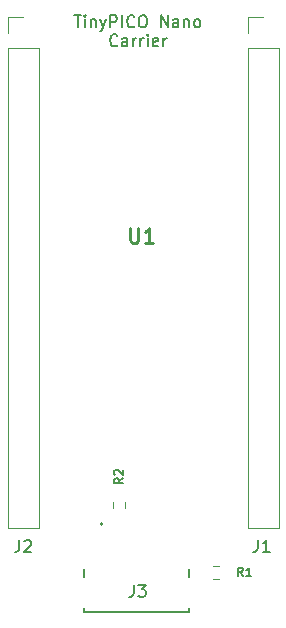
<source format=gbr>
%TF.GenerationSoftware,KiCad,Pcbnew,(6.0.9)*%
%TF.CreationDate,2023-03-11T12:35:53-05:00*%
%TF.ProjectId,tinypico-nano-carrier,74696e79-7069-4636-9f2d-6e616e6f2d63,rev?*%
%TF.SameCoordinates,Original*%
%TF.FileFunction,Legend,Top*%
%TF.FilePolarity,Positive*%
%FSLAX46Y46*%
G04 Gerber Fmt 4.6, Leading zero omitted, Abs format (unit mm)*
G04 Created by KiCad (PCBNEW (6.0.9)) date 2023-03-11 12:35:53*
%MOMM*%
%LPD*%
G01*
G04 APERTURE LIST*
%ADD10C,0.200000*%
%ADD11C,0.150000*%
%ADD12C,0.250000*%
%ADD13C,0.120000*%
G04 APERTURE END LIST*
D10*
X107119047Y-51247380D02*
X107690476Y-51247380D01*
X107404761Y-52247380D02*
X107404761Y-51247380D01*
X108023809Y-52247380D02*
X108023809Y-51580714D01*
X108023809Y-51247380D02*
X107976190Y-51295000D01*
X108023809Y-51342619D01*
X108071428Y-51295000D01*
X108023809Y-51247380D01*
X108023809Y-51342619D01*
X108500000Y-51580714D02*
X108500000Y-52247380D01*
X108500000Y-51675952D02*
X108547619Y-51628333D01*
X108642857Y-51580714D01*
X108785714Y-51580714D01*
X108880952Y-51628333D01*
X108928571Y-51723571D01*
X108928571Y-52247380D01*
X109309523Y-51580714D02*
X109547619Y-52247380D01*
X109785714Y-51580714D02*
X109547619Y-52247380D01*
X109452380Y-52485476D01*
X109404761Y-52533095D01*
X109309523Y-52580714D01*
X110166666Y-52247380D02*
X110166666Y-51247380D01*
X110547619Y-51247380D01*
X110642857Y-51295000D01*
X110690476Y-51342619D01*
X110738095Y-51437857D01*
X110738095Y-51580714D01*
X110690476Y-51675952D01*
X110642857Y-51723571D01*
X110547619Y-51771190D01*
X110166666Y-51771190D01*
X111166666Y-52247380D02*
X111166666Y-51247380D01*
X112214285Y-52152142D02*
X112166666Y-52199761D01*
X112023809Y-52247380D01*
X111928571Y-52247380D01*
X111785714Y-52199761D01*
X111690476Y-52104523D01*
X111642857Y-52009285D01*
X111595238Y-51818809D01*
X111595238Y-51675952D01*
X111642857Y-51485476D01*
X111690476Y-51390238D01*
X111785714Y-51295000D01*
X111928571Y-51247380D01*
X112023809Y-51247380D01*
X112166666Y-51295000D01*
X112214285Y-51342619D01*
X112833333Y-51247380D02*
X113023809Y-51247380D01*
X113119047Y-51295000D01*
X113214285Y-51390238D01*
X113261904Y-51580714D01*
X113261904Y-51914047D01*
X113214285Y-52104523D01*
X113119047Y-52199761D01*
X113023809Y-52247380D01*
X112833333Y-52247380D01*
X112738095Y-52199761D01*
X112642857Y-52104523D01*
X112595238Y-51914047D01*
X112595238Y-51580714D01*
X112642857Y-51390238D01*
X112738095Y-51295000D01*
X112833333Y-51247380D01*
X114452380Y-52247380D02*
X114452380Y-51247380D01*
X115023809Y-52247380D01*
X115023809Y-51247380D01*
X115928571Y-52247380D02*
X115928571Y-51723571D01*
X115880952Y-51628333D01*
X115785714Y-51580714D01*
X115595238Y-51580714D01*
X115500000Y-51628333D01*
X115928571Y-52199761D02*
X115833333Y-52247380D01*
X115595238Y-52247380D01*
X115500000Y-52199761D01*
X115452380Y-52104523D01*
X115452380Y-52009285D01*
X115500000Y-51914047D01*
X115595238Y-51866428D01*
X115833333Y-51866428D01*
X115928571Y-51818809D01*
X116404761Y-51580714D02*
X116404761Y-52247380D01*
X116404761Y-51675952D02*
X116452380Y-51628333D01*
X116547619Y-51580714D01*
X116690476Y-51580714D01*
X116785714Y-51628333D01*
X116833333Y-51723571D01*
X116833333Y-52247380D01*
X117452380Y-52247380D02*
X117357142Y-52199761D01*
X117309523Y-52152142D01*
X117261904Y-52056904D01*
X117261904Y-51771190D01*
X117309523Y-51675952D01*
X117357142Y-51628333D01*
X117452380Y-51580714D01*
X117595238Y-51580714D01*
X117690476Y-51628333D01*
X117738095Y-51675952D01*
X117785714Y-51771190D01*
X117785714Y-52056904D01*
X117738095Y-52152142D01*
X117690476Y-52199761D01*
X117595238Y-52247380D01*
X117452380Y-52247380D01*
X110761904Y-53762142D02*
X110714285Y-53809761D01*
X110571428Y-53857380D01*
X110476190Y-53857380D01*
X110333333Y-53809761D01*
X110238095Y-53714523D01*
X110190476Y-53619285D01*
X110142857Y-53428809D01*
X110142857Y-53285952D01*
X110190476Y-53095476D01*
X110238095Y-53000238D01*
X110333333Y-52905000D01*
X110476190Y-52857380D01*
X110571428Y-52857380D01*
X110714285Y-52905000D01*
X110761904Y-52952619D01*
X111619047Y-53857380D02*
X111619047Y-53333571D01*
X111571428Y-53238333D01*
X111476190Y-53190714D01*
X111285714Y-53190714D01*
X111190476Y-53238333D01*
X111619047Y-53809761D02*
X111523809Y-53857380D01*
X111285714Y-53857380D01*
X111190476Y-53809761D01*
X111142857Y-53714523D01*
X111142857Y-53619285D01*
X111190476Y-53524047D01*
X111285714Y-53476428D01*
X111523809Y-53476428D01*
X111619047Y-53428809D01*
X112095238Y-53857380D02*
X112095238Y-53190714D01*
X112095238Y-53381190D02*
X112142857Y-53285952D01*
X112190476Y-53238333D01*
X112285714Y-53190714D01*
X112380952Y-53190714D01*
X112714285Y-53857380D02*
X112714285Y-53190714D01*
X112714285Y-53381190D02*
X112761904Y-53285952D01*
X112809523Y-53238333D01*
X112904761Y-53190714D01*
X113000000Y-53190714D01*
X113333333Y-53857380D02*
X113333333Y-53190714D01*
X113333333Y-52857380D02*
X113285714Y-52905000D01*
X113333333Y-52952619D01*
X113380952Y-52905000D01*
X113333333Y-52857380D01*
X113333333Y-52952619D01*
X114190476Y-53809761D02*
X114095238Y-53857380D01*
X113904761Y-53857380D01*
X113809523Y-53809761D01*
X113761904Y-53714523D01*
X113761904Y-53333571D01*
X113809523Y-53238333D01*
X113904761Y-53190714D01*
X114095238Y-53190714D01*
X114190476Y-53238333D01*
X114238095Y-53333571D01*
X114238095Y-53428809D01*
X113761904Y-53524047D01*
X114666666Y-53857380D02*
X114666666Y-53190714D01*
X114666666Y-53381190D02*
X114714285Y-53285952D01*
X114761904Y-53238333D01*
X114857142Y-53190714D01*
X114952380Y-53190714D01*
D11*
%TO.C,R1*%
X121375000Y-98739285D02*
X121125000Y-98382142D01*
X120946428Y-98739285D02*
X120946428Y-97989285D01*
X121232142Y-97989285D01*
X121303571Y-98025000D01*
X121339285Y-98060714D01*
X121375000Y-98132142D01*
X121375000Y-98239285D01*
X121339285Y-98310714D01*
X121303571Y-98346428D01*
X121232142Y-98382142D01*
X120946428Y-98382142D01*
X122089285Y-98739285D02*
X121660714Y-98739285D01*
X121875000Y-98739285D02*
X121875000Y-97989285D01*
X121803571Y-98096428D01*
X121732142Y-98167857D01*
X121660714Y-98203571D01*
%TO.C,J1*%
X122666666Y-95662380D02*
X122666666Y-96376666D01*
X122619047Y-96519523D01*
X122523809Y-96614761D01*
X122380952Y-96662380D01*
X122285714Y-96662380D01*
X123666666Y-96662380D02*
X123095238Y-96662380D01*
X123380952Y-96662380D02*
X123380952Y-95662380D01*
X123285714Y-95805238D01*
X123190476Y-95900476D01*
X123095238Y-95948095D01*
%TO.C,J3*%
X112166666Y-99452380D02*
X112166666Y-100166666D01*
X112119047Y-100309523D01*
X112023809Y-100404761D01*
X111880952Y-100452380D01*
X111785714Y-100452380D01*
X112547619Y-99452380D02*
X113166666Y-99452380D01*
X112833333Y-99833333D01*
X112976190Y-99833333D01*
X113071428Y-99880952D01*
X113119047Y-99928571D01*
X113166666Y-100023809D01*
X113166666Y-100261904D01*
X113119047Y-100357142D01*
X113071428Y-100404761D01*
X112976190Y-100452380D01*
X112690476Y-100452380D01*
X112595238Y-100404761D01*
X112547619Y-100357142D01*
D12*
%TO.C,U1*%
X111832380Y-69204523D02*
X111832380Y-70232619D01*
X111892857Y-70353571D01*
X111953333Y-70414047D01*
X112074285Y-70474523D01*
X112316190Y-70474523D01*
X112437142Y-70414047D01*
X112497619Y-70353571D01*
X112558095Y-70232619D01*
X112558095Y-69204523D01*
X113828095Y-70474523D02*
X113102380Y-70474523D01*
X113465238Y-70474523D02*
X113465238Y-69204523D01*
X113344285Y-69385952D01*
X113223333Y-69506904D01*
X113102380Y-69567380D01*
D11*
%TO.C,J2*%
X102466666Y-95662380D02*
X102466666Y-96376666D01*
X102419047Y-96519523D01*
X102323809Y-96614761D01*
X102180952Y-96662380D01*
X102085714Y-96662380D01*
X102895238Y-95757619D02*
X102942857Y-95710000D01*
X103038095Y-95662380D01*
X103276190Y-95662380D01*
X103371428Y-95710000D01*
X103419047Y-95757619D01*
X103466666Y-95852857D01*
X103466666Y-95948095D01*
X103419047Y-96090952D01*
X102847619Y-96662380D01*
X103466666Y-96662380D01*
%TO.C,R2*%
X111239285Y-90425000D02*
X110882142Y-90675000D01*
X111239285Y-90853571D02*
X110489285Y-90853571D01*
X110489285Y-90567857D01*
X110525000Y-90496428D01*
X110560714Y-90460714D01*
X110632142Y-90425000D01*
X110739285Y-90425000D01*
X110810714Y-90460714D01*
X110846428Y-90496428D01*
X110882142Y-90567857D01*
X110882142Y-90853571D01*
X110560714Y-90139285D02*
X110525000Y-90103571D01*
X110489285Y-90032142D01*
X110489285Y-89853571D01*
X110525000Y-89782142D01*
X110560714Y-89746428D01*
X110632142Y-89710714D01*
X110703571Y-89710714D01*
X110810714Y-89746428D01*
X111239285Y-90175000D01*
X111239285Y-89710714D01*
D13*
%TO.C,R1*%
X119337258Y-98922500D02*
X118862742Y-98922500D01*
X119337258Y-97877500D02*
X118862742Y-97877500D01*
%TO.C,J1*%
X124450000Y-53970000D02*
X124450000Y-94670000D01*
X121790000Y-53970000D02*
X124450000Y-53970000D01*
X121790000Y-52700000D02*
X121790000Y-51370000D01*
X121790000Y-53970000D02*
X121790000Y-94670000D01*
X121790000Y-94670000D02*
X124450000Y-94670000D01*
X121790000Y-51370000D02*
X123120000Y-51370000D01*
D10*
%TO.C,J3*%
X116870000Y-98150000D02*
X116870000Y-98830000D01*
X107930000Y-101740000D02*
X116870000Y-101740000D01*
X116870000Y-101740000D02*
X116870000Y-101390000D01*
X107930000Y-98150000D02*
X107930000Y-98830000D01*
X107930000Y-101390000D02*
X107930000Y-101740000D01*
X109525000Y-94300000D02*
G75*
G03*
X109525000Y-94300000I-100000J0D01*
G01*
D13*
%TO.C,J2*%
X101470000Y-52700000D02*
X101470000Y-51370000D01*
X101470000Y-53970000D02*
X101470000Y-94670000D01*
X101470000Y-51370000D02*
X102800000Y-51370000D01*
X101470000Y-53970000D02*
X104130000Y-53970000D01*
X104130000Y-53970000D02*
X104130000Y-94670000D01*
X101470000Y-94670000D02*
X104130000Y-94670000D01*
%TO.C,R2*%
X111422500Y-92462742D02*
X111422500Y-92937258D01*
X110377500Y-92462742D02*
X110377500Y-92937258D01*
%TD*%
M02*

</source>
